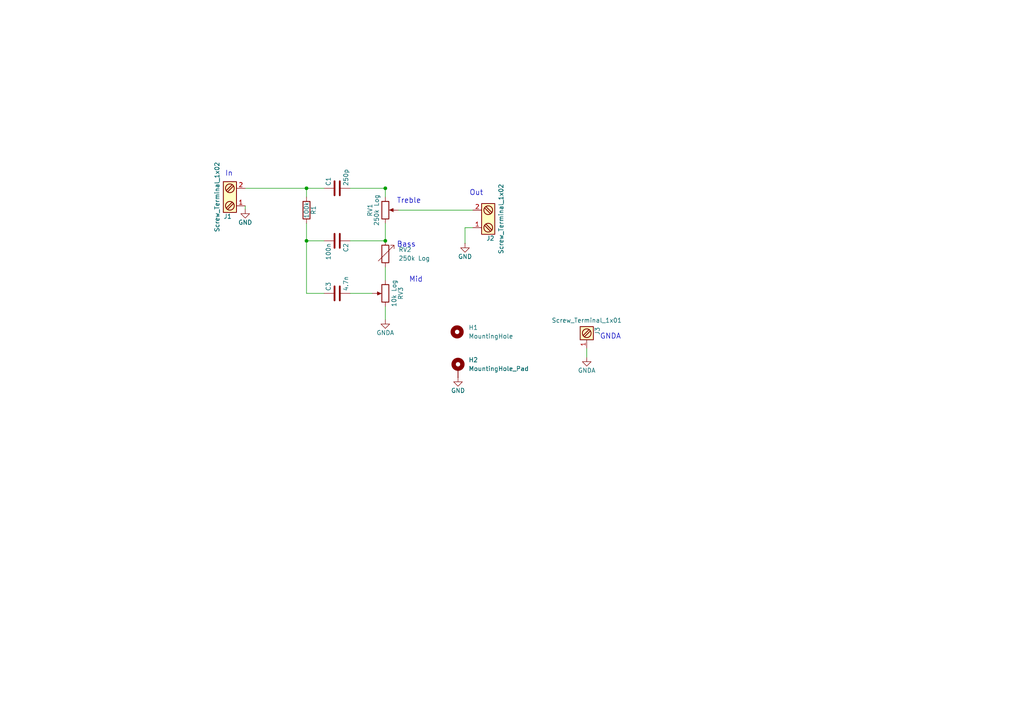
<source format=kicad_sch>
(kicad_sch (version 20250114) (generator "eeschema") (generator_version "9.0")
  (paper "A4")
  (lib_symbols
    (symbol "BoneRayPCB-rescue:POT" (pin_numbers (hide yes)) (pin_names (offset 1.016) (hide yes))
      (property "Reference" "RV" (at -4.445 0 90))
      (property "Value" "POT" (at -2.54 0 90))
      (symbol "POT_0_1"
        (rectangle (start 1.016 2.54) (end -1.016 -2.54) (stroke (width 0.254)))
        (polyline (pts (xy 1.143 0) (xy 2.286 0.508) (xy 2.286 -0.508)) (fill (type outline)))
        (polyline (pts (xy 2.54 0) (xy 1.524 0)))
      )
      (symbol "POT_1_1"
        (pin passive line (at 0 3.81 270) (length 1.27) (name "1") (number "1"))
        (pin passive line (at 0 -3.81 90) (length 1.27) (name "3") (number "3"))
        (pin passive line (at 3.81 0 180) (length 1.27) (name "2") (number "2"))
      )
    )
    (symbol "BoneRayPCB-rescue:Screw_Terminal_1x01" (pin_names (offset 0.762) (hide yes))
      (property "Reference" "J" (at 0 3.81 0))
      (property "Value" "Screw_Terminal_1x01" (at -3.81 0 90))
      (symbol "Screw_Terminal_1x01_0_1"
        (rectangle (start -1.27 1.905) (end 2.54 -1.905) (stroke (width 0.254)) (fill (type background)))
        (polyline (pts (xy 0 1.016) (xy 1.651 -0.635)) (stroke (width 0.254)))
        (circle (center 0.635 0) (radius 1.27) (stroke (width 0.254)))
        (polyline (pts (xy 1.27 -1.016) (xy -0.381 0.635)) (stroke (width 0.254)))
      )
      (symbol "Screw_Terminal_1x01_1_1"
        (pin passive line (at 5.08 0 180) (length 2.54) (name "~") (number "1"))
      )
    )
    (symbol "BoneRayPCB-rescue:Screw_Terminal_1x02" (pin_names (offset 0.762) (hide yes))
      (property "Reference" "J" (at 0 6.35 0))
      (property "Value" "Screw_Terminal_1x02" (at -3.81 0 90))
      (symbol "Screw_Terminal_1x02_0_1"
        (rectangle (start -1.27 4.445) (end 2.54 -4.445) (stroke (width 0.254)) (fill (type background)))
        (polyline (pts (xy -0.381 -1.905) (xy 1.27 -3.556)) (stroke (width 0.254)))
        (polyline (pts (xy 0 3.556) (xy 1.651 1.905)) (stroke (width 0.254)))
        (circle (center 0.635 2.54) (radius 1.27) (stroke (width 0.254)))
        (circle (center 0.635 -2.54) (radius 1.27) (stroke (width 0.254)))
        (polyline (pts (xy 1.27 1.524) (xy -0.381 3.175)) (stroke (width 0.254)))
        (polyline (pts (xy 1.651 -3.175) (xy 0 -1.524)) (stroke (width 0.254)))
      )
      (symbol "Screw_Terminal_1x02_1_1"
        (pin passive line (at 5.08 2.54 180) (length 2.54) (name "~") (number "1"))
        (pin passive line (at 5.08 -2.54 180) (length 2.54) (name "~") (number "2"))
      )
    )
    (symbol "Device:C" (pin_numbers (hide yes)) (pin_names (offset 0.254))
      (property "Reference" "C" (at 0.635 2.54 0))
      (property "Value" "C" (at 0.635 -2.54 0))
      (symbol "C_0_1"
        (polyline (pts (xy -2.032 0.762) (xy 2.032 0.762)) (stroke (width 0.508)))
        (polyline (pts (xy -2.032 -0.762) (xy 2.032 -0.762)) (stroke (width 0.508)))
      )
      (symbol "C_1_1"
        (pin passive line (at 0 3.81 270) (length 2.794) (name "~") (number "1"))
        (pin passive line (at 0 -3.81 90) (length 2.794) (name "~") (number "2"))
      )
    )
    (symbol "Device:R" (pin_numbers (hide yes)) (pin_names (offset 0))
      (property "Reference" "R" (at 2.032 0 90))
      (property "Value" "R" (at 0 0 90))
      (symbol "R_0_1"
        (rectangle (start -1.016 -2.54) (end 1.016 2.54) (stroke (width 0.254)))
      )
      (symbol "R_1_1"
        (pin passive line (at 0 3.81 270) (length 1.27) (name "~") (number "1"))
        (pin passive line (at 0 -3.81 90) (length 1.27) (name "~") (number "2"))
      )
    )
    (symbol "Device:R_Variable" (pin_numbers (hide yes)) (pin_names (offset 0))
      (property "Reference" "R" (at 2.54 -2.54 90))
      (property "Value" "R_Variable" (at -2.54 -1.27 90))
      (symbol "R_Variable_0_1"
        (rectangle (start -1.016 -2.54) (end 1.016 2.54) (stroke (width 0.254)))
        (polyline (pts (xy 2.54 1.524) (xy 2.54 2.54) (xy 1.524 2.54) (xy 2.54 2.54) (xy -2.032 -2.032)))
      )
      (symbol "R_Variable_1_1"
        (pin passive line (at 0 3.81 270) (length 1.27) (name "~") (number "1"))
        (pin passive line (at 0 -3.81 90) (length 1.27) (name "~") (number "2"))
      )
    )
    (symbol "Mechanical:MountingHole" (pin_names (offset 1.016)) (exclude_from_sim yes) (in_bom no)
      (property "Reference" "H" (at 0 5.08 0))
      (property "Value" "MountingHole" (at 0 3.175 0))
      (symbol "MountingHole_0_1"
        (circle (center 0 0) (radius 1.27) (stroke (width 1.27)))
      )
    )
    (symbol "Mechanical:MountingHole_Pad" (pin_numbers (hide yes)) (pin_names (offset 1.016) (hide yes)) (exclude_from_sim yes) (in_bom no)
      (property "Reference" "H" (at 0 6.35 0))
      (property "Value" "MountingHole_Pad" (at 0 4.445 0))
      (symbol "MountingHole_Pad_0_1"
        (circle (center 0 1.27) (radius 1.27) (stroke (width 1.27)))
      )
      (symbol "MountingHole_Pad_1_1"
        (pin input line (at 0 -2.54 90) (length 2.54) (name "1") (number "1"))
      )
    )
    (symbol "power:GND" (power) (pin_numbers (hide yes)) (pin_names (offset 0) (hide yes))
      (property "Value" "GND" (at 0 -3.81 0))
      (symbol "GND_0_1"
        (polyline (pts (xy 0 0) (xy 0 -1.27) (xy 1.27 -1.27) (xy 0 -2.54) (xy -1.27 -1.27) (xy 0 -1.27)))
      )
      (symbol "GND_1_1"
        (pin power_in line (at 0 0 270) (length 0) (name "~") (number "1"))
      )
    )
    (symbol "power:GNDA" (power) (pin_numbers (hide yes)) (pin_names (offset 0) (hide yes))
      (property "Value" "GNDA" (at 0 -3.81 0))
      (symbol "GNDA_0_1"
        (polyline (pts (xy 0 0) (xy 0 -1.27) (xy 1.27 -1.27) (xy 0 -2.54) (xy -1.27 -1.27) (xy 0 -1.27)))
      )
      (symbol "GNDA_1_1"
        (pin power_in line (at 0 0 270) (length 0) (name "~") (number "1"))
      )
    )
  )
  (text "Treble" (at 115.062 59.182 0) (effects (font (size 1.524 1.524)) (justify left bottom)))
  (text "In" (at 65.278 51.308 0) (effects (font (size 1.524 1.524)) (justify left bottom)))
  (text "Out" (at 136.144 56.896 0) (effects (font (size 1.524 1.524)) (justify left bottom)))
  (text "Bass" (at 115.062 71.882 0) (effects (font (size 1.524 1.524)) (justify left bottom)))
  (text "Mid" (at 118.618 82.042 0) (effects (font (size 1.524 1.524)) (justify left bottom)))
  (text "GNDA" (at 173.99 98.552 0) (effects (font (size 1.524 1.524)) (justify left bottom)))
  (junction (at 88.9 54.61))
  (junction (at 88.9 69.85))
  (junction (at 111.76 54.61))
  (junction (at 111.76 69.85))
  (wire (pts (xy 71.12 54.61) (xy 88.9 54.61)))
  (wire (pts (xy 88.9 54.61) (xy 88.9 57.15)))
  (wire (pts (xy 115.57 60.96) (xy 137.16 60.96)))
  (wire (pts (xy 111.76 77.47) (xy 111.76 81.28)))
  (wire (pts (xy 71.12 59.69) (xy 71.12 60.706)))
  (wire (pts (xy 88.9 69.85) (xy 88.9 85.09)))
  (wire (pts (xy 88.9 85.09) (xy 93.98 85.09)))
  (wire (pts (xy 88.9 64.77) (xy 88.9 69.85)))
  (wire (pts (xy 170.18 103.632) (xy 170.18 101.092)))
  (wire (pts (xy 111.76 54.356) (xy 111.76 54.61)))
  (wire (pts (xy 88.9 69.85) (xy 93.98 69.85)))
  (wire (pts (xy 101.6 85.09) (xy 107.95 85.09)))
  (wire (pts (xy 134.874 70.612) (xy 134.874 66.04)))
  (wire (pts (xy 101.6 69.85) (xy 111.76 69.85)))
  (wire (pts (xy 111.76 88.9) (xy 111.76 92.71)))
  (wire (pts (xy 111.76 64.77) (xy 111.76 69.85)))
  (wire (pts (xy 101.6 54.61) (xy 111.76 54.61)))
  (wire (pts (xy 88.9 54.61) (xy 93.98 54.61)))
  (wire (pts (xy 111.76 54.61) (xy 111.76 57.15)))
  (wire (pts (xy 134.874 66.04) (xy 137.16 66.04)))
  (symbol (lib_id "Device:R") (at 88.9 60.96 0) (unit 1)
    (property "Reference" "R1" (at 90.932 60.96 90))
    (property "Value" "100k" (at 88.9 60.96 90))
    (property "Footprint" "Resistor_THT:R_Axial_DIN0414_L11.9mm_D4.5mm_P15.24mm_Horizontal" (effects (hide yes)))
  )
  (symbol (lib_id "Device:C") (at 97.79 54.61 90) (unit 1)
    (property "Reference" "C1" (at 95.25 53.975 0) (effects (justify left)))
    (property "Value" "250p" (at 100.33 53.975 0) (effects (justify left)))
    (property "Footprint" "Capacitor_THT:C_Disc_D7.5mm_W5.0mm_P7.50mm" (effects (hide yes)))
  )
  (symbol (lib_id "Device:C") (at 97.79 85.09 90) (unit 1)
    (property "Reference" "C3" (at 95.25 84.455 0) (effects (justify left)))
    (property "Value" "4.7n" (at 100.33 84.455 0) (effects (justify left)))
    (property "Footprint" "Local:C_Axial_L12.0mm_D6.5mm_P15.00mm_Horizontal" (effects (hide yes)))
  )
  (symbol (lib_id "BoneRayPCB-rescue:POT") (at 111.76 60.96 0) (unit 1)
    (property "Reference" "RV1" (at 107.315 60.96 90))
    (property "Value" "250k Log" (at 109.22 60.96 90))
    (property "Footprint" "Connector_Phoenix_MC_HighVoltage:PhoenixContact_MCV_1,5_3-G-5.08_1x03_P5.08mm_Vertical" (effects (hide yes)))
    (property "MPN" "1729131" (effects (hide yes)))
    (property "SPN" "651-1729131" (effects (hide yes)))
  )
  (symbol (lib_id "power:GNDA") (at 111.76 92.71 0) (unit 1)
    (property "Reference" "#PWR01" (effects (hide yes)))
    (property "Value" "GNDA" (at 111.76 96.52 0))
  )
  (symbol (lib_id "power:GNDA") (at 170.18 103.632 0) (unit 1)
    (property "Reference" "#PWR02" (effects (hide yes)))
    (property "Value" "GNDA" (at 170.18 107.442 0))
  )
  (symbol (lib_id "BoneRayPCB-rescue:Screw_Terminal_1x01") (at 170.18 96.012 270) (unit 1)
    (property "Reference" "J3" (at 173.99 96.012 0) (effects (justify top)))
    (property "Value" "Screw_Terminal_1x01" (at 170.18 92.202 90) (effects (justify top)))
    (property "Footprint" "Connector_Wire:SolderWire-0.75sqmm_1x01_D1.25mm_OD2.3mm" (effects (hide yes)))
  )
  (symbol (lib_id "BoneRayPCB-rescue:Screw_Terminal_1x02") (at 66.04 57.15 0) (mirror x) (unit 1)
    (property "Reference" "J1" (at 66.04 63.5 0) (effects (justify top)))
    (property "Value" "Screw_Terminal_1x02" (at 62.23 57.15 90) (effects (justify top)))
    (property "Footprint" "Connector_Phoenix_MC_HighVoltage:PhoenixContact_MCV_1,5_2-G-5.08_1x02_P5.08mm_Vertical" (effects (hide yes)))
    (property "SPN" "651-1729128" (effects (hide yes)))
  )
  (symbol (lib_id "power:GND") (at 71.12 60.706 0) (unit 1)
    (property "Reference" "#PWR03" (effects (hide yes)))
    (property "Value" "GND" (at 71.12 64.516 0))
  )
  (symbol (lib_id "BoneRayPCB-rescue:Screw_Terminal_1x02") (at 142.24 63.5 180) (unit 1)
    (property "Reference" "J2" (at 142.24 69.85 0) (effects (justify top)))
    (property "Value" "Screw_Terminal_1x02" (at 146.05 63.5 90) (effects (justify top)))
    (property "Footprint" "Connector_Phoenix_MC_HighVoltage:PhoenixContact_MCV_1,5_2-G-5.08_1x02_P5.08mm_Vertical" (effects (hide yes)))
    (property "SPN" "651-1729128" (effects (hide yes)))
  )
  (symbol (lib_id "power:GND") (at 134.874 70.612 0) (unit 1)
    (property "Reference" "#PWR04" (effects (hide yes)))
    (property "Value" "GND" (at 134.874 74.422 0))
  )
  (symbol (lib_id "Device:C") (at 97.79 69.85 270) (unit 1)
    (property "Reference" "C2" (at 100.33 70.485 0) (effects (justify left)))
    (property "Value" "100n" (at 95.25 70.485 0) (effects (justify left)))
    (property "Footprint" "Capacitor_THT:C_Rect_L7.2mm_W4.5mm_P5.00mm_FKS2_FKP2_MKS2_MKP2" (effects (hide yes)))
  )
  (symbol (lib_id "Mechanical:MountingHole") (at 132.588 96.266 0) (unit 1) (exclude_from_sim yes) (in_bom no)
    (property "Reference" "H1" (at 135.89 94.9959 0) (effects (justify left)))
    (property "Value" "MountingHole" (at 135.89 97.5359 0) (effects (justify left)))
    (property "Footprint" "MountingHole:MountingHole_3.2mm_M3" (effects (hide yes)))
    (property "Description" "Mounting Hole without connection" (effects (hide yes)))
  )
  (symbol (lib_id "Device:R_Variable") (at 111.76 73.66 0) (unit 1)
    (property "Reference" "RV2" (at 115.57 72.3899 0) (effects (justify left)))
    (property "Value" "250k Log" (at 115.57 74.9299 0) (effects (justify left)))
    (property "Footprint" "Connector_Phoenix_MC_HighVoltage:PhoenixContact_MCV_1,5_3-G-5.08_1x03_P5.08mm_Vertical" (effects (hide yes)))
    (property "Description" "Variable resistor" (effects (hide yes)))
  )
  (symbol (lib_id "BoneRayPCB-rescue:POT") (at 111.76 85.09 180) (unit 1)
    (property "Reference" "RV3" (at 116.205 85.09 90))
    (property "Value" "10k Log" (at 114.3 85.09 90))
    (property "Footprint" "Connector_Phoenix_MC_HighVoltage:PhoenixContact_MCV_1,5_3-G-5.08_1x03_P5.08mm_Vertical" (effects (hide yes)))
    (property "MPN" "1729131" (effects (hide yes)))
    (property "SPN" "651-1729131" (effects (hide yes)))
  )
  (symbol (lib_id "Mechanical:MountingHole_Pad") (at 132.842 106.934 0) (unit 1) (exclude_from_sim yes) (in_bom no)
    (property "Reference" "H2" (at 135.89 104.3939 0) (effects (justify left)))
    (property "Value" "MountingHole_Pad" (at 135.89 106.9339 0) (effects (justify left)))
    (property "Footprint" "MountingHole:MountingHole_3.2mm_M3_Pad" (effects (hide yes)))
    (property "Description" "Mounting Hole with connection" (effects (hide yes)))
  )
  (symbol (lib_id "power:GND") (at 132.842 109.474 0) (unit 1)
    (property "Reference" "#PWR05" (effects (hide yes)))
    (property "Value" "GND" (at 132.842 113.284 0))
  )
)
</source>
